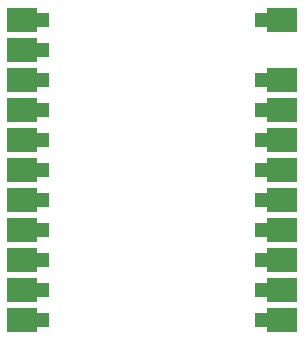
<source format=gbr>
%TF.GenerationSoftware,KiCad,Pcbnew,9.0.1+dfsg-1*%
%TF.CreationDate,2025-05-01T10:53:59+02:00*%
%TF.ProjectId,audio-codec,61756469-6f2d-4636-9f64-65632e6b6963,rev?*%
%TF.SameCoordinates,Original*%
%TF.FileFunction,Soldermask,Bot*%
%TF.FilePolarity,Negative*%
%FSLAX46Y46*%
G04 Gerber Fmt 4.6, Leading zero omitted, Abs format (unit mm)*
G04 Created by KiCad (PCBNEW 9.0.1+dfsg-1) date 2025-05-01 10:53:59*
%MOMM*%
%LPD*%
G01*
G04 APERTURE LIST*
G04 Aperture macros list*
%AMRoundRect*
0 Rectangle with rounded corners*
0 $1 Rounding radius*
0 $2 $3 $4 $5 $6 $7 $8 $9 X,Y pos of 4 corners*
0 Add a 4 corners polygon primitive as box body*
4,1,4,$2,$3,$4,$5,$6,$7,$8,$9,$2,$3,0*
0 Add four circle primitives for the rounded corners*
1,1,$1+$1,$2,$3*
1,1,$1+$1,$4,$5*
1,1,$1+$1,$6,$7*
1,1,$1+$1,$8,$9*
0 Add four rect primitives between the rounded corners*
20,1,$1+$1,$2,$3,$4,$5,0*
20,1,$1+$1,$4,$5,$6,$7,0*
20,1,$1+$1,$6,$7,$8,$9,0*
20,1,$1+$1,$8,$9,$2,$3,0*%
G04 Aperture macros list end*
%ADD10R,2.540000X2.000000*%
%ADD11RoundRect,0.250000X-0.375000X-0.375000X0.375000X-0.375000X0.375000X0.375000X-0.375000X0.375000X0*%
G04 APERTURE END LIST*
D10*
%TO.C,M1*%
X95500000Y-50650000D03*
D11*
X93800000Y-50650000D03*
D10*
X95500000Y-55730000D03*
D11*
X93800000Y-55730000D03*
D10*
X95500000Y-58270000D03*
D11*
X93800000Y-58270000D03*
D10*
X95500000Y-60810000D03*
D11*
X93800000Y-60810000D03*
D10*
X95500000Y-63350000D03*
D11*
X93800000Y-63350000D03*
D10*
X95500000Y-65890000D03*
D11*
X93800000Y-65890000D03*
D10*
X95500000Y-68430000D03*
D11*
X93800000Y-68430000D03*
D10*
X95500000Y-70970000D03*
D11*
X93800000Y-70970000D03*
D10*
X95500000Y-73510000D03*
D11*
X93800000Y-73510000D03*
D10*
X95500000Y-76050000D03*
D11*
X93800000Y-76050000D03*
X75200000Y-50650000D03*
D10*
X73500000Y-50650000D03*
D11*
X75200000Y-53190000D03*
D10*
X73500000Y-53190000D03*
D11*
X75200000Y-55730000D03*
D10*
X73500000Y-55730000D03*
D11*
X75200000Y-58270000D03*
D10*
X73500000Y-58270000D03*
D11*
X75200000Y-60810000D03*
D10*
X73500000Y-60810000D03*
D11*
X75200000Y-63350000D03*
D10*
X73500000Y-63350000D03*
D11*
X75200000Y-65890000D03*
D10*
X73500000Y-65890000D03*
D11*
X75200000Y-68430000D03*
D10*
X73500000Y-68430000D03*
D11*
X75200000Y-70970000D03*
D10*
X73500000Y-70970000D03*
D11*
X75200000Y-73510000D03*
D10*
X73500000Y-73510000D03*
D11*
X75200000Y-76050000D03*
D10*
X73500000Y-76050000D03*
%TD*%
M02*

</source>
